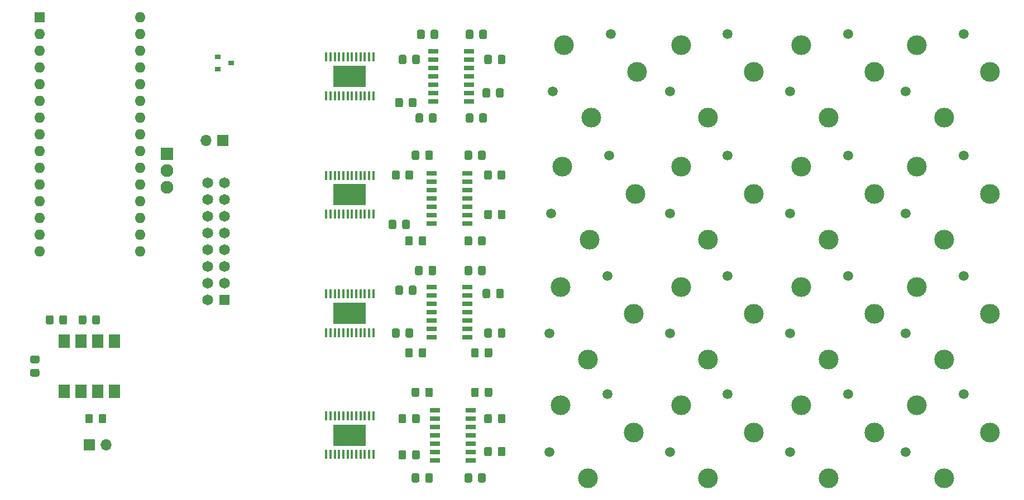
<source format=gbr>
%TF.GenerationSoftware,KiCad,Pcbnew,(5.1.7)-1*%
%TF.CreationDate,2020-10-31T18:56:13+01:00*%
%TF.ProjectId,MidiToCV,4d696469-546f-4435-962e-6b696361645f,rev?*%
%TF.SameCoordinates,Original*%
%TF.FileFunction,Soldermask,Top*%
%TF.FilePolarity,Negative*%
%FSLAX46Y46*%
G04 Gerber Fmt 4.6, Leading zero omitted, Abs format (unit mm)*
G04 Created by KiCad (PCBNEW (5.1.7)-1) date 2020-10-31 18:56:13*
%MOMM*%
%LPD*%
G01*
G04 APERTURE LIST*
%ADD10C,1.500000*%
%ADD11C,3.000000*%
%ADD12C,1.935000*%
%ADD13R,1.935000X1.935000*%
%ADD14O,1.700000X1.700000*%
%ADD15R,1.700000X1.700000*%
%ADD16R,1.780000X2.000000*%
%ADD17C,1.650000*%
%ADD18R,1.650000X1.650000*%
%ADD19R,0.900000X0.800000*%
%ADD20R,0.450000X1.475000*%
%ADD21R,5.020000X3.250000*%
%ADD22R,1.525000X0.650000*%
%ADD23O,1.600000X1.600000*%
%ADD24R,1.600000X1.600000*%
G04 APERTURE END LIST*
D10*
%TO.C,J14*%
X135540000Y-84070000D03*
D11*
X141360000Y-88050000D03*
X148300000Y-81110000D03*
D10*
X144320000Y-75290000D03*
D11*
X137250000Y-77000000D03*
%TD*%
D10*
%TO.C,J10*%
X135540000Y-66070000D03*
D11*
X141360000Y-70050000D03*
X148300000Y-63110000D03*
D10*
X144320000Y-57290000D03*
D11*
X137250000Y-59000000D03*
%TD*%
D10*
%TO.C,J6*%
X135540000Y-47820000D03*
D11*
X141360000Y-51800000D03*
X148300000Y-44860000D03*
D10*
X144320000Y-39040000D03*
D11*
X137250000Y-40750000D03*
%TD*%
D10*
%TO.C,J2*%
X135540000Y-29320000D03*
D11*
X141360000Y-33300000D03*
X148300000Y-26360000D03*
D10*
X144320000Y-20540000D03*
D11*
X137250000Y-22250000D03*
%TD*%
D10*
%TO.C,J8*%
X171290000Y-47820000D03*
D11*
X177110000Y-51800000D03*
X184050000Y-44860000D03*
D10*
X180070000Y-39040000D03*
D11*
X173000000Y-40750000D03*
%TD*%
D10*
%TO.C,J16*%
X171290000Y-84070000D03*
D11*
X177110000Y-88050000D03*
X184050000Y-81110000D03*
D10*
X180070000Y-75290000D03*
D11*
X173000000Y-77000000D03*
%TD*%
D10*
%TO.C,J15*%
X153790000Y-84070000D03*
D11*
X159610000Y-88050000D03*
X166550000Y-81110000D03*
D10*
X162570000Y-75290000D03*
D11*
X155500000Y-77000000D03*
%TD*%
D10*
%TO.C,J13*%
X117290000Y-84070000D03*
D11*
X123110000Y-88050000D03*
X130050000Y-81110000D03*
D10*
X126070000Y-75290000D03*
D11*
X119000000Y-77000000D03*
%TD*%
D10*
%TO.C,J12*%
X171290000Y-66070000D03*
D11*
X177110000Y-70050000D03*
X184050000Y-63110000D03*
D10*
X180070000Y-57290000D03*
D11*
X173000000Y-59000000D03*
%TD*%
D10*
%TO.C,J11*%
X153790000Y-66070000D03*
D11*
X159610000Y-70050000D03*
X166550000Y-63110000D03*
D10*
X162570000Y-57290000D03*
D11*
X155500000Y-59000000D03*
%TD*%
D10*
%TO.C,J9*%
X117290000Y-66070000D03*
D11*
X123110000Y-70050000D03*
X130050000Y-63110000D03*
D10*
X126070000Y-57290000D03*
D11*
X119000000Y-59000000D03*
%TD*%
D10*
%TO.C,J7*%
X153790000Y-47820000D03*
D11*
X159610000Y-51800000D03*
X166550000Y-44860000D03*
D10*
X162570000Y-39040000D03*
D11*
X155500000Y-40750000D03*
%TD*%
D10*
%TO.C,J5*%
X117540000Y-47820000D03*
D11*
X123360000Y-51800000D03*
X130300000Y-44860000D03*
D10*
X126320000Y-39040000D03*
D11*
X119250000Y-40750000D03*
%TD*%
D10*
%TO.C,J4*%
X171290000Y-29320000D03*
D11*
X177110000Y-33300000D03*
X184050000Y-26360000D03*
D10*
X180070000Y-20540000D03*
D11*
X173000000Y-22250000D03*
%TD*%
D10*
%TO.C,J1*%
X117790000Y-29320000D03*
D11*
X123610000Y-33300000D03*
X130550000Y-26360000D03*
D10*
X126570000Y-20540000D03*
D11*
X119500000Y-22250000D03*
%TD*%
D10*
%TO.C,J3*%
X153790000Y-29320000D03*
D11*
X159610000Y-33300000D03*
X166550000Y-26360000D03*
D10*
X162570000Y-20540000D03*
D11*
X155500000Y-22250000D03*
%TD*%
D12*
%TO.C,Q1*%
X59250000Y-43830000D03*
X59250000Y-41290000D03*
D13*
X59250000Y-38750000D03*
%TD*%
D14*
%TO.C,J19*%
X65210000Y-36750000D03*
D15*
X67750000Y-36750000D03*
%TD*%
D16*
%TO.C,U4*%
X43690000Y-67190000D03*
X51310000Y-74810000D03*
X46230000Y-67190000D03*
X48770000Y-74810000D03*
X48770000Y-67190000D03*
X46230000Y-74810000D03*
X51310000Y-67190000D03*
X43690000Y-74810000D03*
%TD*%
%TO.C,R34*%
G36*
G01*
X47050000Y-63549999D02*
X47050000Y-64450001D01*
G75*
G02*
X46800001Y-64700000I-249999J0D01*
G01*
X46149999Y-64700000D01*
G75*
G02*
X45900000Y-64450001I0J249999D01*
G01*
X45900000Y-63549999D01*
G75*
G02*
X46149999Y-63300000I249999J0D01*
G01*
X46800001Y-63300000D01*
G75*
G02*
X47050000Y-63549999I0J-249999D01*
G01*
G37*
G36*
G01*
X49100000Y-63549999D02*
X49100000Y-64450001D01*
G75*
G02*
X48850001Y-64700000I-249999J0D01*
G01*
X48199999Y-64700000D01*
G75*
G02*
X47950000Y-64450001I0J249999D01*
G01*
X47950000Y-63549999D01*
G75*
G02*
X48199999Y-63300000I249999J0D01*
G01*
X48850001Y-63300000D01*
G75*
G02*
X49100000Y-63549999I0J-249999D01*
G01*
G37*
%TD*%
%TO.C,R33*%
G36*
G01*
X39700001Y-70575000D02*
X38799999Y-70575000D01*
G75*
G02*
X38550000Y-70325001I0J249999D01*
G01*
X38550000Y-69674999D01*
G75*
G02*
X38799999Y-69425000I249999J0D01*
G01*
X39700001Y-69425000D01*
G75*
G02*
X39950000Y-69674999I0J-249999D01*
G01*
X39950000Y-70325001D01*
G75*
G02*
X39700001Y-70575000I-249999J0D01*
G01*
G37*
G36*
G01*
X39700001Y-72625000D02*
X38799999Y-72625000D01*
G75*
G02*
X38550000Y-72375001I0J249999D01*
G01*
X38550000Y-71724999D01*
G75*
G02*
X38799999Y-71475000I249999J0D01*
G01*
X39700001Y-71475000D01*
G75*
G02*
X39950000Y-71724999I0J-249999D01*
G01*
X39950000Y-72375001D01*
G75*
G02*
X39700001Y-72625000I-249999J0D01*
G01*
G37*
%TD*%
D14*
%TO.C,J18*%
X50040000Y-83000000D03*
D15*
X47500000Y-83000000D03*
%TD*%
D17*
%TO.C,J17*%
X65460000Y-43220000D03*
X68000000Y-43220000D03*
X65460000Y-45760000D03*
X68000000Y-45760000D03*
X65460000Y-48300000D03*
X68000000Y-48300000D03*
X65460000Y-50840000D03*
X68000000Y-50840000D03*
X65460000Y-53380000D03*
X68000000Y-53380000D03*
X65460000Y-55920000D03*
X68000000Y-55920000D03*
X65460000Y-58460000D03*
X68000000Y-58460000D03*
X65460000Y-61000000D03*
D18*
X68000000Y-61000000D03*
%TD*%
%TO.C,D1*%
G36*
G01*
X48925000Y-79450001D02*
X48925000Y-78549999D01*
G75*
G02*
X49174999Y-78300000I249999J0D01*
G01*
X49825001Y-78300000D01*
G75*
G02*
X50075000Y-78549999I0J-249999D01*
G01*
X50075000Y-79450001D01*
G75*
G02*
X49825001Y-79700000I-249999J0D01*
G01*
X49174999Y-79700000D01*
G75*
G02*
X48925000Y-79450001I0J249999D01*
G01*
G37*
G36*
G01*
X46875000Y-79450001D02*
X46875000Y-78549999D01*
G75*
G02*
X47124999Y-78300000I249999J0D01*
G01*
X47775001Y-78300000D01*
G75*
G02*
X48025000Y-78549999I0J-249999D01*
G01*
X48025000Y-79450001D01*
G75*
G02*
X47775001Y-79700000I-249999J0D01*
G01*
X47124999Y-79700000D01*
G75*
G02*
X46875000Y-79450001I0J249999D01*
G01*
G37*
%TD*%
%TO.C,C1*%
G36*
G01*
X42975000Y-64450001D02*
X42975000Y-63549999D01*
G75*
G02*
X43224999Y-63300000I249999J0D01*
G01*
X43875001Y-63300000D01*
G75*
G02*
X44125000Y-63549999I0J-249999D01*
G01*
X44125000Y-64450001D01*
G75*
G02*
X43875001Y-64700000I-249999J0D01*
G01*
X43224999Y-64700000D01*
G75*
G02*
X42975000Y-64450001I0J249999D01*
G01*
G37*
G36*
G01*
X40925000Y-64450001D02*
X40925000Y-63549999D01*
G75*
G02*
X41174999Y-63300000I249999J0D01*
G01*
X41825001Y-63300000D01*
G75*
G02*
X42075000Y-63549999I0J-249999D01*
G01*
X42075000Y-64450001D01*
G75*
G02*
X41825001Y-64700000I-249999J0D01*
G01*
X41174999Y-64700000D01*
G75*
G02*
X40925000Y-64450001I0J249999D01*
G01*
G37*
%TD*%
D19*
%TO.C,U2*%
X69000000Y-25000000D03*
X67000000Y-25950000D03*
X67000000Y-24050000D03*
%TD*%
D20*
%TO.C,IC4*%
X90575000Y-78562000D03*
X89925000Y-78562000D03*
X89275000Y-78562000D03*
X88625000Y-78562000D03*
X87975000Y-78562000D03*
X87325000Y-78562000D03*
X86675000Y-78562000D03*
X86025000Y-78562000D03*
X85375000Y-78562000D03*
X84725000Y-78562000D03*
X84075000Y-78562000D03*
X83425000Y-78562000D03*
X83425000Y-84438000D03*
X84075000Y-84438000D03*
X84725000Y-84438000D03*
X85375000Y-84438000D03*
X86025000Y-84438000D03*
X86675000Y-84438000D03*
X87325000Y-84438000D03*
X87975000Y-84438000D03*
X88625000Y-84438000D03*
X89275000Y-84438000D03*
X89925000Y-84438000D03*
X90575000Y-84438000D03*
D21*
X87000000Y-81500000D03*
%TD*%
D20*
%TO.C,IC3*%
X90575000Y-60062000D03*
X89925000Y-60062000D03*
X89275000Y-60062000D03*
X88625000Y-60062000D03*
X87975000Y-60062000D03*
X87325000Y-60062000D03*
X86675000Y-60062000D03*
X86025000Y-60062000D03*
X85375000Y-60062000D03*
X84725000Y-60062000D03*
X84075000Y-60062000D03*
X83425000Y-60062000D03*
X83425000Y-65938000D03*
X84075000Y-65938000D03*
X84725000Y-65938000D03*
X85375000Y-65938000D03*
X86025000Y-65938000D03*
X86675000Y-65938000D03*
X87325000Y-65938000D03*
X87975000Y-65938000D03*
X88625000Y-65938000D03*
X89275000Y-65938000D03*
X89925000Y-65938000D03*
X90575000Y-65938000D03*
D21*
X87000000Y-63000000D03*
%TD*%
D20*
%TO.C,IC2*%
X90575000Y-42062000D03*
X89925000Y-42062000D03*
X89275000Y-42062000D03*
X88625000Y-42062000D03*
X87975000Y-42062000D03*
X87325000Y-42062000D03*
X86675000Y-42062000D03*
X86025000Y-42062000D03*
X85375000Y-42062000D03*
X84725000Y-42062000D03*
X84075000Y-42062000D03*
X83425000Y-42062000D03*
X83425000Y-47938000D03*
X84075000Y-47938000D03*
X84725000Y-47938000D03*
X85375000Y-47938000D03*
X86025000Y-47938000D03*
X86675000Y-47938000D03*
X87325000Y-47938000D03*
X87975000Y-47938000D03*
X88625000Y-47938000D03*
X89275000Y-47938000D03*
X89925000Y-47938000D03*
X90575000Y-47938000D03*
D21*
X87000000Y-45000000D03*
%TD*%
D20*
%TO.C,IC1*%
X90575000Y-24062000D03*
X89925000Y-24062000D03*
X89275000Y-24062000D03*
X88625000Y-24062000D03*
X87975000Y-24062000D03*
X87325000Y-24062000D03*
X86675000Y-24062000D03*
X86025000Y-24062000D03*
X85375000Y-24062000D03*
X84725000Y-24062000D03*
X84075000Y-24062000D03*
X83425000Y-24062000D03*
X83425000Y-29938000D03*
X84075000Y-29938000D03*
X84725000Y-29938000D03*
X85375000Y-29938000D03*
X86025000Y-29938000D03*
X86675000Y-29938000D03*
X87325000Y-29938000D03*
X87975000Y-29938000D03*
X88625000Y-29938000D03*
X89275000Y-29938000D03*
X89925000Y-29938000D03*
X90575000Y-29938000D03*
D21*
X87000000Y-27000000D03*
%TD*%
D22*
%TO.C,U7*%
X99893000Y-77705000D03*
X99893000Y-78975000D03*
X99893000Y-80245000D03*
X99893000Y-81515000D03*
X99893000Y-82785000D03*
X99893000Y-84055000D03*
X99893000Y-85325000D03*
X105317000Y-85325000D03*
X105317000Y-84055000D03*
X105317000Y-82785000D03*
X105317000Y-81515000D03*
X105317000Y-80245000D03*
X105317000Y-78975000D03*
X105317000Y-77705000D03*
%TD*%
%TO.C,U5*%
X99413000Y-58975000D03*
X99413000Y-60245000D03*
X99413000Y-61515000D03*
X99413000Y-62785000D03*
X99413000Y-64055000D03*
X99413000Y-65325000D03*
X99413000Y-66595000D03*
X104837000Y-66595000D03*
X104837000Y-65325000D03*
X104837000Y-64055000D03*
X104837000Y-62785000D03*
X104837000Y-61515000D03*
X104837000Y-60245000D03*
X104837000Y-58975000D03*
%TD*%
%TO.C,U3*%
X99413000Y-41705000D03*
X99413000Y-42975000D03*
X99413000Y-44245000D03*
X99413000Y-45515000D03*
X99413000Y-46785000D03*
X99413000Y-48055000D03*
X99413000Y-49325000D03*
X104837000Y-49325000D03*
X104837000Y-48055000D03*
X104837000Y-46785000D03*
X104837000Y-45515000D03*
X104837000Y-44245000D03*
X104837000Y-42975000D03*
X104837000Y-41705000D03*
%TD*%
%TO.C,R32*%
G36*
G01*
X108550000Y-83549999D02*
X108550000Y-84450001D01*
G75*
G02*
X108300001Y-84700000I-249999J0D01*
G01*
X107649999Y-84700000D01*
G75*
G02*
X107400000Y-84450001I0J249999D01*
G01*
X107400000Y-83549999D01*
G75*
G02*
X107649999Y-83300000I249999J0D01*
G01*
X108300001Y-83300000D01*
G75*
G02*
X108550000Y-83549999I0J-249999D01*
G01*
G37*
G36*
G01*
X110600000Y-83549999D02*
X110600000Y-84450001D01*
G75*
G02*
X110350001Y-84700000I-249999J0D01*
G01*
X109699999Y-84700000D01*
G75*
G02*
X109450000Y-84450001I0J249999D01*
G01*
X109450000Y-83549999D01*
G75*
G02*
X109699999Y-83300000I249999J0D01*
G01*
X110350001Y-83300000D01*
G75*
G02*
X110600000Y-83549999I0J-249999D01*
G01*
G37*
%TD*%
%TO.C,R31*%
G36*
G01*
X109450000Y-79450001D02*
X109450000Y-78549999D01*
G75*
G02*
X109699999Y-78300000I249999J0D01*
G01*
X110350001Y-78300000D01*
G75*
G02*
X110600000Y-78549999I0J-249999D01*
G01*
X110600000Y-79450001D01*
G75*
G02*
X110350001Y-79700000I-249999J0D01*
G01*
X109699999Y-79700000D01*
G75*
G02*
X109450000Y-79450001I0J249999D01*
G01*
G37*
G36*
G01*
X107400000Y-79450001D02*
X107400000Y-78549999D01*
G75*
G02*
X107649999Y-78300000I249999J0D01*
G01*
X108300001Y-78300000D01*
G75*
G02*
X108550000Y-78549999I0J-249999D01*
G01*
X108550000Y-79450001D01*
G75*
G02*
X108300001Y-79700000I-249999J0D01*
G01*
X107649999Y-79700000D01*
G75*
G02*
X107400000Y-79450001I0J249999D01*
G01*
G37*
%TD*%
%TO.C,R30*%
G36*
G01*
X106450000Y-88450001D02*
X106450000Y-87549999D01*
G75*
G02*
X106699999Y-87300000I249999J0D01*
G01*
X107350001Y-87300000D01*
G75*
G02*
X107600000Y-87549999I0J-249999D01*
G01*
X107600000Y-88450001D01*
G75*
G02*
X107350001Y-88700000I-249999J0D01*
G01*
X106699999Y-88700000D01*
G75*
G02*
X106450000Y-88450001I0J249999D01*
G01*
G37*
G36*
G01*
X104400000Y-88450001D02*
X104400000Y-87549999D01*
G75*
G02*
X104649999Y-87300000I249999J0D01*
G01*
X105300001Y-87300000D01*
G75*
G02*
X105550000Y-87549999I0J-249999D01*
G01*
X105550000Y-88450001D01*
G75*
G02*
X105300001Y-88700000I-249999J0D01*
G01*
X104649999Y-88700000D01*
G75*
G02*
X104400000Y-88450001I0J249999D01*
G01*
G37*
%TD*%
%TO.C,R29*%
G36*
G01*
X106550000Y-74549999D02*
X106550000Y-75450001D01*
G75*
G02*
X106300001Y-75700000I-249999J0D01*
G01*
X105649999Y-75700000D01*
G75*
G02*
X105400000Y-75450001I0J249999D01*
G01*
X105400000Y-74549999D01*
G75*
G02*
X105649999Y-74300000I249999J0D01*
G01*
X106300001Y-74300000D01*
G75*
G02*
X106550000Y-74549999I0J-249999D01*
G01*
G37*
G36*
G01*
X108600000Y-74549999D02*
X108600000Y-75450001D01*
G75*
G02*
X108350001Y-75700000I-249999J0D01*
G01*
X107699999Y-75700000D01*
G75*
G02*
X107450000Y-75450001I0J249999D01*
G01*
X107450000Y-74549999D01*
G75*
G02*
X107699999Y-74300000I249999J0D01*
G01*
X108350001Y-74300000D01*
G75*
G02*
X108600000Y-74549999I0J-249999D01*
G01*
G37*
%TD*%
%TO.C,R28*%
G36*
G01*
X98450000Y-75450001D02*
X98450000Y-74549999D01*
G75*
G02*
X98699999Y-74300000I249999J0D01*
G01*
X99350001Y-74300000D01*
G75*
G02*
X99600000Y-74549999I0J-249999D01*
G01*
X99600000Y-75450001D01*
G75*
G02*
X99350001Y-75700000I-249999J0D01*
G01*
X98699999Y-75700000D01*
G75*
G02*
X98450000Y-75450001I0J249999D01*
G01*
G37*
G36*
G01*
X96400000Y-75450001D02*
X96400000Y-74549999D01*
G75*
G02*
X96649999Y-74300000I249999J0D01*
G01*
X97300001Y-74300000D01*
G75*
G02*
X97550000Y-74549999I0J-249999D01*
G01*
X97550000Y-75450001D01*
G75*
G02*
X97300001Y-75700000I-249999J0D01*
G01*
X96649999Y-75700000D01*
G75*
G02*
X96400000Y-75450001I0J249999D01*
G01*
G37*
%TD*%
%TO.C,R27*%
G36*
G01*
X97550000Y-87549999D02*
X97550000Y-88450001D01*
G75*
G02*
X97300001Y-88700000I-249999J0D01*
G01*
X96649999Y-88700000D01*
G75*
G02*
X96400000Y-88450001I0J249999D01*
G01*
X96400000Y-87549999D01*
G75*
G02*
X96649999Y-87300000I249999J0D01*
G01*
X97300001Y-87300000D01*
G75*
G02*
X97550000Y-87549999I0J-249999D01*
G01*
G37*
G36*
G01*
X99600000Y-87549999D02*
X99600000Y-88450001D01*
G75*
G02*
X99350001Y-88700000I-249999J0D01*
G01*
X98699999Y-88700000D01*
G75*
G02*
X98450000Y-88450001I0J249999D01*
G01*
X98450000Y-87549999D01*
G75*
G02*
X98699999Y-87300000I249999J0D01*
G01*
X99350001Y-87300000D01*
G75*
G02*
X99600000Y-87549999I0J-249999D01*
G01*
G37*
%TD*%
%TO.C,R26*%
G36*
G01*
X96450000Y-79450001D02*
X96450000Y-78549999D01*
G75*
G02*
X96699999Y-78300000I249999J0D01*
G01*
X97350001Y-78300000D01*
G75*
G02*
X97600000Y-78549999I0J-249999D01*
G01*
X97600000Y-79450001D01*
G75*
G02*
X97350001Y-79700000I-249999J0D01*
G01*
X96699999Y-79700000D01*
G75*
G02*
X96450000Y-79450001I0J249999D01*
G01*
G37*
G36*
G01*
X94400000Y-79450001D02*
X94400000Y-78549999D01*
G75*
G02*
X94649999Y-78300000I249999J0D01*
G01*
X95300001Y-78300000D01*
G75*
G02*
X95550000Y-78549999I0J-249999D01*
G01*
X95550000Y-79450001D01*
G75*
G02*
X95300001Y-79700000I-249999J0D01*
G01*
X94649999Y-79700000D01*
G75*
G02*
X94400000Y-79450001I0J249999D01*
G01*
G37*
%TD*%
%TO.C,R25*%
G36*
G01*
X95550000Y-84049999D02*
X95550000Y-84950001D01*
G75*
G02*
X95300001Y-85200000I-249999J0D01*
G01*
X94649999Y-85200000D01*
G75*
G02*
X94400000Y-84950001I0J249999D01*
G01*
X94400000Y-84049999D01*
G75*
G02*
X94649999Y-83800000I249999J0D01*
G01*
X95300001Y-83800000D01*
G75*
G02*
X95550000Y-84049999I0J-249999D01*
G01*
G37*
G36*
G01*
X97600000Y-84049999D02*
X97600000Y-84950001D01*
G75*
G02*
X97350001Y-85200000I-249999J0D01*
G01*
X96699999Y-85200000D01*
G75*
G02*
X96450000Y-84950001I0J249999D01*
G01*
X96450000Y-84049999D01*
G75*
G02*
X96699999Y-83800000I249999J0D01*
G01*
X97350001Y-83800000D01*
G75*
G02*
X97600000Y-84049999I0J-249999D01*
G01*
G37*
%TD*%
%TO.C,R24*%
G36*
G01*
X108550000Y-65549999D02*
X108550000Y-66450001D01*
G75*
G02*
X108300001Y-66700000I-249999J0D01*
G01*
X107649999Y-66700000D01*
G75*
G02*
X107400000Y-66450001I0J249999D01*
G01*
X107400000Y-65549999D01*
G75*
G02*
X107649999Y-65300000I249999J0D01*
G01*
X108300001Y-65300000D01*
G75*
G02*
X108550000Y-65549999I0J-249999D01*
G01*
G37*
G36*
G01*
X110600000Y-65549999D02*
X110600000Y-66450001D01*
G75*
G02*
X110350001Y-66700000I-249999J0D01*
G01*
X109699999Y-66700000D01*
G75*
G02*
X109450000Y-66450001I0J249999D01*
G01*
X109450000Y-65549999D01*
G75*
G02*
X109699999Y-65300000I249999J0D01*
G01*
X110350001Y-65300000D01*
G75*
G02*
X110600000Y-65549999I0J-249999D01*
G01*
G37*
%TD*%
%TO.C,R23*%
G36*
G01*
X109200000Y-60450001D02*
X109200000Y-59549999D01*
G75*
G02*
X109449999Y-59300000I249999J0D01*
G01*
X110100001Y-59300000D01*
G75*
G02*
X110350000Y-59549999I0J-249999D01*
G01*
X110350000Y-60450001D01*
G75*
G02*
X110100001Y-60700000I-249999J0D01*
G01*
X109449999Y-60700000D01*
G75*
G02*
X109200000Y-60450001I0J249999D01*
G01*
G37*
G36*
G01*
X107150000Y-60450001D02*
X107150000Y-59549999D01*
G75*
G02*
X107399999Y-59300000I249999J0D01*
G01*
X108050001Y-59300000D01*
G75*
G02*
X108300000Y-59549999I0J-249999D01*
G01*
X108300000Y-60450001D01*
G75*
G02*
X108050001Y-60700000I-249999J0D01*
G01*
X107399999Y-60700000D01*
G75*
G02*
X107150000Y-60450001I0J249999D01*
G01*
G37*
%TD*%
%TO.C,R22*%
G36*
G01*
X107450000Y-69450001D02*
X107450000Y-68549999D01*
G75*
G02*
X107699999Y-68300000I249999J0D01*
G01*
X108350001Y-68300000D01*
G75*
G02*
X108600000Y-68549999I0J-249999D01*
G01*
X108600000Y-69450001D01*
G75*
G02*
X108350001Y-69700000I-249999J0D01*
G01*
X107699999Y-69700000D01*
G75*
G02*
X107450000Y-69450001I0J249999D01*
G01*
G37*
G36*
G01*
X105400000Y-69450001D02*
X105400000Y-68549999D01*
G75*
G02*
X105649999Y-68300000I249999J0D01*
G01*
X106300001Y-68300000D01*
G75*
G02*
X106550000Y-68549999I0J-249999D01*
G01*
X106550000Y-69450001D01*
G75*
G02*
X106300001Y-69700000I-249999J0D01*
G01*
X105649999Y-69700000D01*
G75*
G02*
X105400000Y-69450001I0J249999D01*
G01*
G37*
%TD*%
%TO.C,R21*%
G36*
G01*
X105550000Y-56049999D02*
X105550000Y-56950001D01*
G75*
G02*
X105300001Y-57200000I-249999J0D01*
G01*
X104649999Y-57200000D01*
G75*
G02*
X104400000Y-56950001I0J249999D01*
G01*
X104400000Y-56049999D01*
G75*
G02*
X104649999Y-55800000I249999J0D01*
G01*
X105300001Y-55800000D01*
G75*
G02*
X105550000Y-56049999I0J-249999D01*
G01*
G37*
G36*
G01*
X107600000Y-56049999D02*
X107600000Y-56950001D01*
G75*
G02*
X107350001Y-57200000I-249999J0D01*
G01*
X106699999Y-57200000D01*
G75*
G02*
X106450000Y-56950001I0J249999D01*
G01*
X106450000Y-56049999D01*
G75*
G02*
X106699999Y-55800000I249999J0D01*
G01*
X107350001Y-55800000D01*
G75*
G02*
X107600000Y-56049999I0J-249999D01*
G01*
G37*
%TD*%
%TO.C,R20*%
G36*
G01*
X98950000Y-56950001D02*
X98950000Y-56049999D01*
G75*
G02*
X99199999Y-55800000I249999J0D01*
G01*
X99850001Y-55800000D01*
G75*
G02*
X100100000Y-56049999I0J-249999D01*
G01*
X100100000Y-56950001D01*
G75*
G02*
X99850001Y-57200000I-249999J0D01*
G01*
X99199999Y-57200000D01*
G75*
G02*
X98950000Y-56950001I0J249999D01*
G01*
G37*
G36*
G01*
X96900000Y-56950001D02*
X96900000Y-56049999D01*
G75*
G02*
X97149999Y-55800000I249999J0D01*
G01*
X97800001Y-55800000D01*
G75*
G02*
X98050000Y-56049999I0J-249999D01*
G01*
X98050000Y-56950001D01*
G75*
G02*
X97800001Y-57200000I-249999J0D01*
G01*
X97149999Y-57200000D01*
G75*
G02*
X96900000Y-56950001I0J249999D01*
G01*
G37*
%TD*%
%TO.C,R19*%
G36*
G01*
X96550000Y-68549999D02*
X96550000Y-69450001D01*
G75*
G02*
X96300001Y-69700000I-249999J0D01*
G01*
X95649999Y-69700000D01*
G75*
G02*
X95400000Y-69450001I0J249999D01*
G01*
X95400000Y-68549999D01*
G75*
G02*
X95649999Y-68300000I249999J0D01*
G01*
X96300001Y-68300000D01*
G75*
G02*
X96550000Y-68549999I0J-249999D01*
G01*
G37*
G36*
G01*
X98600000Y-68549999D02*
X98600000Y-69450001D01*
G75*
G02*
X98350001Y-69700000I-249999J0D01*
G01*
X97699999Y-69700000D01*
G75*
G02*
X97450000Y-69450001I0J249999D01*
G01*
X97450000Y-68549999D01*
G75*
G02*
X97699999Y-68300000I249999J0D01*
G01*
X98350001Y-68300000D01*
G75*
G02*
X98600000Y-68549999I0J-249999D01*
G01*
G37*
%TD*%
%TO.C,R18*%
G36*
G01*
X95950000Y-59950001D02*
X95950000Y-59049999D01*
G75*
G02*
X96199999Y-58800000I249999J0D01*
G01*
X96850001Y-58800000D01*
G75*
G02*
X97100000Y-59049999I0J-249999D01*
G01*
X97100000Y-59950001D01*
G75*
G02*
X96850001Y-60200000I-249999J0D01*
G01*
X96199999Y-60200000D01*
G75*
G02*
X95950000Y-59950001I0J249999D01*
G01*
G37*
G36*
G01*
X93900000Y-59950001D02*
X93900000Y-59049999D01*
G75*
G02*
X94149999Y-58800000I249999J0D01*
G01*
X94800001Y-58800000D01*
G75*
G02*
X95050000Y-59049999I0J-249999D01*
G01*
X95050000Y-59950001D01*
G75*
G02*
X94800001Y-60200000I-249999J0D01*
G01*
X94149999Y-60200000D01*
G75*
G02*
X93900000Y-59950001I0J249999D01*
G01*
G37*
%TD*%
%TO.C,R17*%
G36*
G01*
X94550000Y-65549999D02*
X94550000Y-66450001D01*
G75*
G02*
X94300001Y-66700000I-249999J0D01*
G01*
X93649999Y-66700000D01*
G75*
G02*
X93400000Y-66450001I0J249999D01*
G01*
X93400000Y-65549999D01*
G75*
G02*
X93649999Y-65300000I249999J0D01*
G01*
X94300001Y-65300000D01*
G75*
G02*
X94550000Y-65549999I0J-249999D01*
G01*
G37*
G36*
G01*
X96600000Y-65549999D02*
X96600000Y-66450001D01*
G75*
G02*
X96350001Y-66700000I-249999J0D01*
G01*
X95699999Y-66700000D01*
G75*
G02*
X95450000Y-66450001I0J249999D01*
G01*
X95450000Y-65549999D01*
G75*
G02*
X95699999Y-65300000I249999J0D01*
G01*
X96350001Y-65300000D01*
G75*
G02*
X96600000Y-65549999I0J-249999D01*
G01*
G37*
%TD*%
%TO.C,R16*%
G36*
G01*
X108550000Y-47549999D02*
X108550000Y-48450001D01*
G75*
G02*
X108300001Y-48700000I-249999J0D01*
G01*
X107649999Y-48700000D01*
G75*
G02*
X107400000Y-48450001I0J249999D01*
G01*
X107400000Y-47549999D01*
G75*
G02*
X107649999Y-47300000I249999J0D01*
G01*
X108300001Y-47300000D01*
G75*
G02*
X108550000Y-47549999I0J-249999D01*
G01*
G37*
G36*
G01*
X110600000Y-47549999D02*
X110600000Y-48450001D01*
G75*
G02*
X110350001Y-48700000I-249999J0D01*
G01*
X109699999Y-48700000D01*
G75*
G02*
X109450000Y-48450001I0J249999D01*
G01*
X109450000Y-47549999D01*
G75*
G02*
X109699999Y-47300000I249999J0D01*
G01*
X110350001Y-47300000D01*
G75*
G02*
X110600000Y-47549999I0J-249999D01*
G01*
G37*
%TD*%
%TO.C,R15*%
G36*
G01*
X109425000Y-42450001D02*
X109425000Y-41549999D01*
G75*
G02*
X109674999Y-41300000I249999J0D01*
G01*
X110325001Y-41300000D01*
G75*
G02*
X110575000Y-41549999I0J-249999D01*
G01*
X110575000Y-42450001D01*
G75*
G02*
X110325001Y-42700000I-249999J0D01*
G01*
X109674999Y-42700000D01*
G75*
G02*
X109425000Y-42450001I0J249999D01*
G01*
G37*
G36*
G01*
X107375000Y-42450001D02*
X107375000Y-41549999D01*
G75*
G02*
X107624999Y-41300000I249999J0D01*
G01*
X108275001Y-41300000D01*
G75*
G02*
X108525000Y-41549999I0J-249999D01*
G01*
X108525000Y-42450001D01*
G75*
G02*
X108275001Y-42700000I-249999J0D01*
G01*
X107624999Y-42700000D01*
G75*
G02*
X107375000Y-42450001I0J249999D01*
G01*
G37*
%TD*%
%TO.C,R14*%
G36*
G01*
X106450000Y-52450001D02*
X106450000Y-51549999D01*
G75*
G02*
X106699999Y-51300000I249999J0D01*
G01*
X107350001Y-51300000D01*
G75*
G02*
X107600000Y-51549999I0J-249999D01*
G01*
X107600000Y-52450001D01*
G75*
G02*
X107350001Y-52700000I-249999J0D01*
G01*
X106699999Y-52700000D01*
G75*
G02*
X106450000Y-52450001I0J249999D01*
G01*
G37*
G36*
G01*
X104400000Y-52450001D02*
X104400000Y-51549999D01*
G75*
G02*
X104649999Y-51300000I249999J0D01*
G01*
X105300001Y-51300000D01*
G75*
G02*
X105550000Y-51549999I0J-249999D01*
G01*
X105550000Y-52450001D01*
G75*
G02*
X105300001Y-52700000I-249999J0D01*
G01*
X104649999Y-52700000D01*
G75*
G02*
X104400000Y-52450001I0J249999D01*
G01*
G37*
%TD*%
%TO.C,R13*%
G36*
G01*
X105550000Y-38549999D02*
X105550000Y-39450001D01*
G75*
G02*
X105300001Y-39700000I-249999J0D01*
G01*
X104649999Y-39700000D01*
G75*
G02*
X104400000Y-39450001I0J249999D01*
G01*
X104400000Y-38549999D01*
G75*
G02*
X104649999Y-38300000I249999J0D01*
G01*
X105300001Y-38300000D01*
G75*
G02*
X105550000Y-38549999I0J-249999D01*
G01*
G37*
G36*
G01*
X107600000Y-38549999D02*
X107600000Y-39450001D01*
G75*
G02*
X107350001Y-39700000I-249999J0D01*
G01*
X106699999Y-39700000D01*
G75*
G02*
X106450000Y-39450001I0J249999D01*
G01*
X106450000Y-38549999D01*
G75*
G02*
X106699999Y-38300000I249999J0D01*
G01*
X107350001Y-38300000D01*
G75*
G02*
X107600000Y-38549999I0J-249999D01*
G01*
G37*
%TD*%
%TO.C,R12*%
G36*
G01*
X98450000Y-39450001D02*
X98450000Y-38549999D01*
G75*
G02*
X98699999Y-38300000I249999J0D01*
G01*
X99350001Y-38300000D01*
G75*
G02*
X99600000Y-38549999I0J-249999D01*
G01*
X99600000Y-39450001D01*
G75*
G02*
X99350001Y-39700000I-249999J0D01*
G01*
X98699999Y-39700000D01*
G75*
G02*
X98450000Y-39450001I0J249999D01*
G01*
G37*
G36*
G01*
X96400000Y-39450001D02*
X96400000Y-38549999D01*
G75*
G02*
X96649999Y-38300000I249999J0D01*
G01*
X97300001Y-38300000D01*
G75*
G02*
X97550000Y-38549999I0J-249999D01*
G01*
X97550000Y-39450001D01*
G75*
G02*
X97300001Y-39700000I-249999J0D01*
G01*
X96649999Y-39700000D01*
G75*
G02*
X96400000Y-39450001I0J249999D01*
G01*
G37*
%TD*%
%TO.C,R11*%
G36*
G01*
X96550000Y-51549999D02*
X96550000Y-52450001D01*
G75*
G02*
X96300001Y-52700000I-249999J0D01*
G01*
X95649999Y-52700000D01*
G75*
G02*
X95400000Y-52450001I0J249999D01*
G01*
X95400000Y-51549999D01*
G75*
G02*
X95649999Y-51300000I249999J0D01*
G01*
X96300001Y-51300000D01*
G75*
G02*
X96550000Y-51549999I0J-249999D01*
G01*
G37*
G36*
G01*
X98600000Y-51549999D02*
X98600000Y-52450001D01*
G75*
G02*
X98350001Y-52700000I-249999J0D01*
G01*
X97699999Y-52700000D01*
G75*
G02*
X97450000Y-52450001I0J249999D01*
G01*
X97450000Y-51549999D01*
G75*
G02*
X97699999Y-51300000I249999J0D01*
G01*
X98350001Y-51300000D01*
G75*
G02*
X98600000Y-51549999I0J-249999D01*
G01*
G37*
%TD*%
%TO.C,R10*%
G36*
G01*
X95450000Y-42450001D02*
X95450000Y-41549999D01*
G75*
G02*
X95699999Y-41300000I249999J0D01*
G01*
X96350001Y-41300000D01*
G75*
G02*
X96600000Y-41549999I0J-249999D01*
G01*
X96600000Y-42450001D01*
G75*
G02*
X96350001Y-42700000I-249999J0D01*
G01*
X95699999Y-42700000D01*
G75*
G02*
X95450000Y-42450001I0J249999D01*
G01*
G37*
G36*
G01*
X93400000Y-42450001D02*
X93400000Y-41549999D01*
G75*
G02*
X93649999Y-41300000I249999J0D01*
G01*
X94300001Y-41300000D01*
G75*
G02*
X94550000Y-41549999I0J-249999D01*
G01*
X94550000Y-42450001D01*
G75*
G02*
X94300001Y-42700000I-249999J0D01*
G01*
X93649999Y-42700000D01*
G75*
G02*
X93400000Y-42450001I0J249999D01*
G01*
G37*
%TD*%
%TO.C,R9*%
G36*
G01*
X94050000Y-49049999D02*
X94050000Y-49950001D01*
G75*
G02*
X93800001Y-50200000I-249999J0D01*
G01*
X93149999Y-50200000D01*
G75*
G02*
X92900000Y-49950001I0J249999D01*
G01*
X92900000Y-49049999D01*
G75*
G02*
X93149999Y-48800000I249999J0D01*
G01*
X93800001Y-48800000D01*
G75*
G02*
X94050000Y-49049999I0J-249999D01*
G01*
G37*
G36*
G01*
X96100000Y-49049999D02*
X96100000Y-49950001D01*
G75*
G02*
X95850001Y-50200000I-249999J0D01*
G01*
X95199999Y-50200000D01*
G75*
G02*
X94950000Y-49950001I0J249999D01*
G01*
X94950000Y-49049999D01*
G75*
G02*
X95199999Y-48800000I249999J0D01*
G01*
X95850001Y-48800000D01*
G75*
G02*
X96100000Y-49049999I0J-249999D01*
G01*
G37*
%TD*%
%TO.C,U1*%
X99668000Y-23180000D03*
X99668000Y-24450000D03*
X99668000Y-25720000D03*
X99668000Y-26990000D03*
X99668000Y-28260000D03*
X99668000Y-29530000D03*
X99668000Y-30800000D03*
X105092000Y-30800000D03*
X105092000Y-29530000D03*
X105092000Y-28260000D03*
X105092000Y-26990000D03*
X105092000Y-25720000D03*
X105092000Y-24450000D03*
X105092000Y-23180000D03*
%TD*%
%TO.C,R8*%
G36*
G01*
X108280000Y-29079999D02*
X108280000Y-29980001D01*
G75*
G02*
X108030001Y-30230000I-249999J0D01*
G01*
X107379999Y-30230000D01*
G75*
G02*
X107130000Y-29980001I0J249999D01*
G01*
X107130000Y-29079999D01*
G75*
G02*
X107379999Y-28830000I249999J0D01*
G01*
X108030001Y-28830000D01*
G75*
G02*
X108280000Y-29079999I0J-249999D01*
G01*
G37*
G36*
G01*
X110330000Y-29079999D02*
X110330000Y-29980001D01*
G75*
G02*
X110080001Y-30230000I-249999J0D01*
G01*
X109429999Y-30230000D01*
G75*
G02*
X109180000Y-29980001I0J249999D01*
G01*
X109180000Y-29079999D01*
G75*
G02*
X109429999Y-28830000I249999J0D01*
G01*
X110080001Y-28830000D01*
G75*
G02*
X110330000Y-29079999I0J-249999D01*
G01*
G37*
%TD*%
%TO.C,R7*%
G36*
G01*
X106640000Y-33790001D02*
X106640000Y-32889999D01*
G75*
G02*
X106889999Y-32640000I249999J0D01*
G01*
X107540001Y-32640000D01*
G75*
G02*
X107790000Y-32889999I0J-249999D01*
G01*
X107790000Y-33790001D01*
G75*
G02*
X107540001Y-34040000I-249999J0D01*
G01*
X106889999Y-34040000D01*
G75*
G02*
X106640000Y-33790001I0J249999D01*
G01*
G37*
G36*
G01*
X104590000Y-33790001D02*
X104590000Y-32889999D01*
G75*
G02*
X104839999Y-32640000I249999J0D01*
G01*
X105490001Y-32640000D01*
G75*
G02*
X105740000Y-32889999I0J-249999D01*
G01*
X105740000Y-33790001D01*
G75*
G02*
X105490001Y-34040000I-249999J0D01*
G01*
X104839999Y-34040000D01*
G75*
G02*
X104590000Y-33790001I0J249999D01*
G01*
G37*
%TD*%
%TO.C,R6*%
G36*
G01*
X109450000Y-24900001D02*
X109450000Y-23999999D01*
G75*
G02*
X109699999Y-23750000I249999J0D01*
G01*
X110350001Y-23750000D01*
G75*
G02*
X110600000Y-23999999I0J-249999D01*
G01*
X110600000Y-24900001D01*
G75*
G02*
X110350001Y-25150000I-249999J0D01*
G01*
X109699999Y-25150000D01*
G75*
G02*
X109450000Y-24900001I0J249999D01*
G01*
G37*
G36*
G01*
X107400000Y-24900001D02*
X107400000Y-23999999D01*
G75*
G02*
X107649999Y-23750000I249999J0D01*
G01*
X108300001Y-23750000D01*
G75*
G02*
X108550000Y-23999999I0J-249999D01*
G01*
X108550000Y-24900001D01*
G75*
G02*
X108300001Y-25150000I-249999J0D01*
G01*
X107649999Y-25150000D01*
G75*
G02*
X107400000Y-24900001I0J249999D01*
G01*
G37*
%TD*%
%TO.C,R5*%
G36*
G01*
X105740000Y-20189999D02*
X105740000Y-21090001D01*
G75*
G02*
X105490001Y-21340000I-249999J0D01*
G01*
X104839999Y-21340000D01*
G75*
G02*
X104590000Y-21090001I0J249999D01*
G01*
X104590000Y-20189999D01*
G75*
G02*
X104839999Y-19940000I249999J0D01*
G01*
X105490001Y-19940000D01*
G75*
G02*
X105740000Y-20189999I0J-249999D01*
G01*
G37*
G36*
G01*
X107790000Y-20189999D02*
X107790000Y-21090001D01*
G75*
G02*
X107540001Y-21340000I-249999J0D01*
G01*
X106889999Y-21340000D01*
G75*
G02*
X106640000Y-21090001I0J249999D01*
G01*
X106640000Y-20189999D01*
G75*
G02*
X106889999Y-19940000I249999J0D01*
G01*
X107540001Y-19940000D01*
G75*
G02*
X107790000Y-20189999I0J-249999D01*
G01*
G37*
%TD*%
%TO.C,R4*%
G36*
G01*
X96480000Y-24900001D02*
X96480000Y-23999999D01*
G75*
G02*
X96729999Y-23750000I249999J0D01*
G01*
X97380001Y-23750000D01*
G75*
G02*
X97630000Y-23999999I0J-249999D01*
G01*
X97630000Y-24900001D01*
G75*
G02*
X97380001Y-25150000I-249999J0D01*
G01*
X96729999Y-25150000D01*
G75*
G02*
X96480000Y-24900001I0J249999D01*
G01*
G37*
G36*
G01*
X94430000Y-24900001D02*
X94430000Y-23999999D01*
G75*
G02*
X94679999Y-23750000I249999J0D01*
G01*
X95330001Y-23750000D01*
G75*
G02*
X95580000Y-23999999I0J-249999D01*
G01*
X95580000Y-24900001D01*
G75*
G02*
X95330001Y-25150000I-249999J0D01*
G01*
X94679999Y-25150000D01*
G75*
G02*
X94430000Y-24900001I0J249999D01*
G01*
G37*
%TD*%
%TO.C,R3*%
G36*
G01*
X95050000Y-30549999D02*
X95050000Y-31450001D01*
G75*
G02*
X94800001Y-31700000I-249999J0D01*
G01*
X94149999Y-31700000D01*
G75*
G02*
X93900000Y-31450001I0J249999D01*
G01*
X93900000Y-30549999D01*
G75*
G02*
X94149999Y-30300000I249999J0D01*
G01*
X94800001Y-30300000D01*
G75*
G02*
X95050000Y-30549999I0J-249999D01*
G01*
G37*
G36*
G01*
X97100000Y-30549999D02*
X97100000Y-31450001D01*
G75*
G02*
X96850001Y-31700000I-249999J0D01*
G01*
X96199999Y-31700000D01*
G75*
G02*
X95950000Y-31450001I0J249999D01*
G01*
X95950000Y-30549999D01*
G75*
G02*
X96199999Y-30300000I249999J0D01*
G01*
X96850001Y-30300000D01*
G75*
G02*
X97100000Y-30549999I0J-249999D01*
G01*
G37*
%TD*%
%TO.C,R2*%
G36*
G01*
X99265000Y-21090001D02*
X99265000Y-20189999D01*
G75*
G02*
X99514999Y-19940000I249999J0D01*
G01*
X100165001Y-19940000D01*
G75*
G02*
X100415000Y-20189999I0J-249999D01*
G01*
X100415000Y-21090001D01*
G75*
G02*
X100165001Y-21340000I-249999J0D01*
G01*
X99514999Y-21340000D01*
G75*
G02*
X99265000Y-21090001I0J249999D01*
G01*
G37*
G36*
G01*
X97215000Y-21090001D02*
X97215000Y-20189999D01*
G75*
G02*
X97464999Y-19940000I249999J0D01*
G01*
X98115001Y-19940000D01*
G75*
G02*
X98365000Y-20189999I0J-249999D01*
G01*
X98365000Y-21090001D01*
G75*
G02*
X98115001Y-21340000I-249999J0D01*
G01*
X97464999Y-21340000D01*
G75*
G02*
X97215000Y-21090001I0J249999D01*
G01*
G37*
%TD*%
%TO.C,R1*%
G36*
G01*
X98120000Y-32889999D02*
X98120000Y-33790001D01*
G75*
G02*
X97870001Y-34040000I-249999J0D01*
G01*
X97219999Y-34040000D01*
G75*
G02*
X96970000Y-33790001I0J249999D01*
G01*
X96970000Y-32889999D01*
G75*
G02*
X97219999Y-32640000I249999J0D01*
G01*
X97870001Y-32640000D01*
G75*
G02*
X98120000Y-32889999I0J-249999D01*
G01*
G37*
G36*
G01*
X100170000Y-32889999D02*
X100170000Y-33790001D01*
G75*
G02*
X99920001Y-34040000I-249999J0D01*
G01*
X99269999Y-34040000D01*
G75*
G02*
X99020000Y-33790001I0J249999D01*
G01*
X99020000Y-32889999D01*
G75*
G02*
X99269999Y-32640000I249999J0D01*
G01*
X99920001Y-32640000D01*
G75*
G02*
X100170000Y-32889999I0J-249999D01*
G01*
G37*
%TD*%
D23*
%TO.C,A1*%
X55240000Y-53560000D03*
X40000000Y-53560000D03*
X55240000Y-18000000D03*
X40000000Y-51020000D03*
X55240000Y-20540000D03*
X40000000Y-48480000D03*
X55240000Y-23080000D03*
X40000000Y-45940000D03*
X55240000Y-25620000D03*
X40000000Y-43400000D03*
X55240000Y-28160000D03*
X40000000Y-40860000D03*
X55240000Y-30700000D03*
X40000000Y-38320000D03*
X55240000Y-33240000D03*
X40000000Y-35780000D03*
X55240000Y-35780000D03*
X40000000Y-33240000D03*
X55240000Y-38320000D03*
X40000000Y-30700000D03*
X55240000Y-40860000D03*
X40000000Y-28160000D03*
X55240000Y-43400000D03*
X40000000Y-25620000D03*
X55240000Y-45940000D03*
X40000000Y-23080000D03*
X55240000Y-48480000D03*
X40000000Y-20540000D03*
X55240000Y-51020000D03*
D24*
X40000000Y-18000000D03*
%TD*%
M02*

</source>
